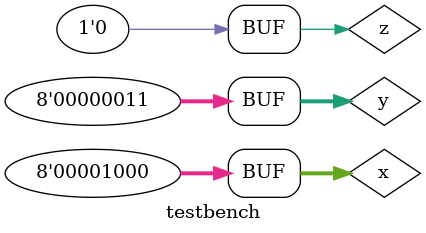
<source format=v>
module decoder(d0,d1,d2,d3,d4,d5,d6,d7,x,y,z);
input x,y,z; 
output d0,d1,d2,d3,d4,d5,d6,d7; 
wire x0,y0,z0; 
not n1(x0,x); 
not n2(y0,y); 
not n3(z0,z); 
and a0(d0,x0,y0,z0); 
and a1(d1,x0,y0,z); 
and a2(d2,x0,y,z0); 
and a3(d3,x0,y,z); 
and a4(d4,x,y0,z0); 
and a5(d5,x,y0,z); 
and a6(d6,x,y,z0); 
and a7(d7,x,y,z); 
endmodule

module fadder(s,c,x,y,z);
input x,y,z;
output s,c;
wire d0,d1,d2,d3,d4,d5,d6,d7; 

decoder ded(d0,d1,d2,d3,d4,d5,d6,d7,x,y,z);

assign s = d1|d2|d4|d7;
assign c = d3|d5|d6|d7;

endmodule

module adder(s,cx,x,y,z); 
input [7:0] x,y;
input z;
output [8:0] s;
output cx;
//wire cout;
fadder df(s[0],c, x[0],y[0],z);
fadder df1(s[1],c1, x[1],y[1],c);
fadder df2(s[2],c2, x[2],y[2],c1);
fadder df3(s[3],c3, x[3],y[3],c2);
fadder df4(s[4],c4, x[4],y[4],c3);
fadder df5(s[5],c5, x[5],y[5],c4);
fadder df6(s[6],c6, x[6],y[6],c5);
fadder df7(s[7],s[8], x[7],y[7],c6);

assign cx = s[8];
   
endmodule

module testbench;     
reg [7:0] x,y;
reg z;     
wire [8:0]s;
wire c;     
adder ad(s,c,x,y,z);  
initial
begin
$dumpfile("8bit.vcd");
$dumpvars();
end   
initial        
$monitor(,$time,"x=%8b,y=%8b,z=%b,s=%8b,c=%b",x,y,z,s,c);     
initial        
begin        
    #0 x =  8'b00000000;
	#0 y =  8'b00000001;
	#0 z =  1'b0;
	repeat(8)/*repeat the loop 8 times*/
	#8 x = x + 8'b00000001;
	#8 y = y + 8'b00000010;
end 
endmodule 
</source>
